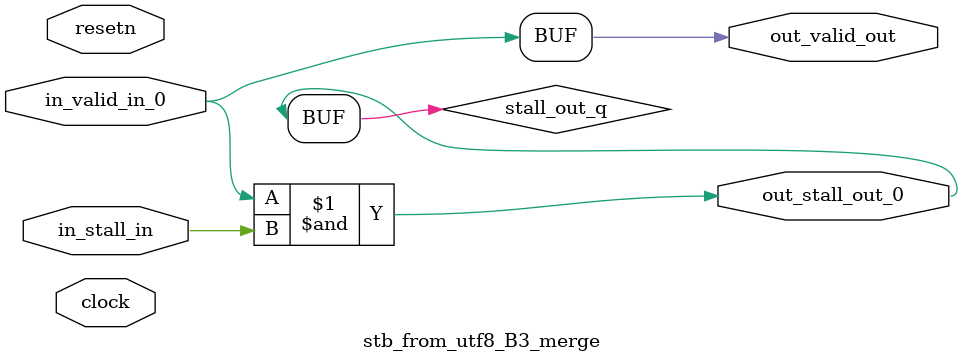
<source format=sv>



(* altera_attribute = "-name AUTO_SHIFT_REGISTER_RECOGNITION OFF; -name MESSAGE_DISABLE 10036; -name MESSAGE_DISABLE 10037; -name MESSAGE_DISABLE 14130; -name MESSAGE_DISABLE 14320; -name MESSAGE_DISABLE 15400; -name MESSAGE_DISABLE 14130; -name MESSAGE_DISABLE 10036; -name MESSAGE_DISABLE 12020; -name MESSAGE_DISABLE 12030; -name MESSAGE_DISABLE 12010; -name MESSAGE_DISABLE 12110; -name MESSAGE_DISABLE 14320; -name MESSAGE_DISABLE 13410; -name MESSAGE_DISABLE 113007; -name MESSAGE_DISABLE 10958" *)
module stb_from_utf8_B3_merge (
    input wire [0:0] in_stall_in,
    input wire [0:0] in_valid_in_0,
    output wire [0:0] out_stall_out_0,
    output wire [0:0] out_valid_out,
    input wire clock,
    input wire resetn
    );

    wire [0:0] stall_out_q;


    // stall_out(LOGICAL,6)
    assign stall_out_q = in_valid_in_0 & in_stall_in;

    // out_stall_out_0(GPOUT,4)
    assign out_stall_out_0 = stall_out_q;

    // out_valid_out(GPOUT,5)
    assign out_valid_out = in_valid_in_0;

endmodule

</source>
